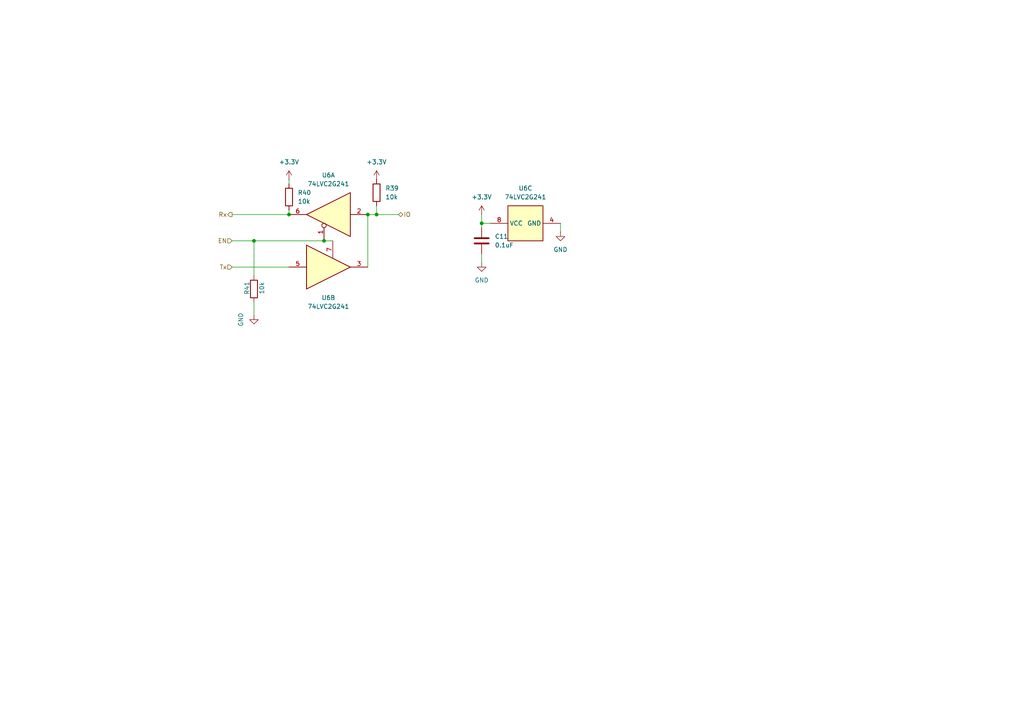
<source format=kicad_sch>
(kicad_sch (version 20231120) (generator "eeschema") (generator_version "8.0")
  (paper "A4")
  (lib_symbols
    (symbol "74xGxx:74LVC2G241"
      (property "Reference" "U" (at 2.54 5.08 0))
      (property "Value" "74LVC2G241" (at 2.54 -7.62 0))
      (symbol "74LVC2G241_1_1"
        (polyline (pts (xy -7.62 6.35) (xy -7.62 -6.35) (xy 5.08 0) (xy -7.62 6.35)) (stroke (width 0.254)) (fill (type background)))
        (pin input inverted (at 0 7.62 270) (length 5.08) (name "~") (number "1"))
        (pin input line (at -12.7 0 0) (length 5.08) (name "~") (number "2"))
        (pin tri_state line (at 10.16 0 180) (length 5.08) (name "~") (number "6"))
      )
      (symbol "74LVC2G241_2_1"
        (polyline (pts (xy -7.62 6.35) (xy -7.62 -6.35) (xy 5.08 0) (xy -7.62 6.35)) (stroke (width 0.254)) (fill (type background)))
        (pin tri_state line (at 10.16 0 180) (length 5.08) (name "~") (number "3"))
        (pin input line (at -12.7 0 0) (length 5.08) (name "~") (number "5"))
        (pin input line (at 0 7.62 270) (length 5.08) (name "~") (number "7"))
      )
      (symbol "74LVC2G241_3_0"
        (rectangle (start -5.08 -5.08) (end 5.08 5.08) (stroke (width 0.254)) (fill (type background)))
      )
      (symbol "74LVC2G241_3_1"
        (pin power_in line (at 0 -10.16 90) (length 5.08) (name "GND") (number "4"))
        (pin power_in line (at 0 10.16 270) (length 5.08) (name "VCC") (number "8"))
      )
    )
    (symbol "Device:C" (pin_numbers hide) (pin_names (offset 0.254))
      (property "Reference" "C" (at 0.635 2.54 0))
      (property "Value" "C" (at 0.635 -2.54 0))
      (symbol "C_0_1"
        (polyline (pts (xy -2.032 -0.762) (xy 2.032 -0.762)) (stroke (width 0.508)))
        (polyline (pts (xy -2.032 0.762) (xy 2.032 0.762)) (stroke (width 0.508)))
      )
      (symbol "C_1_1"
        (pin passive line (at 0 3.81 270) (length 2.794) (name "~") (number "1"))
        (pin passive line (at 0 -3.81 90) (length 2.794) (name "~") (number "2"))
      )
    )
    (symbol "Device:R" (pin_numbers hide) (pin_names (offset 0))
      (property "Reference" "R" (at 2.032 0 90))
      (property "Value" "R" (at 0 0 90))
      (symbol "R_0_1"
        (rectangle (start -1.016 -2.54) (end 1.016 2.54) (stroke (width 0.254)))
      )
      (symbol "R_1_1"
        (pin passive line (at 0 3.81 270) (length 1.27) (name "~") (number "1"))
        (pin passive line (at 0 -3.81 90) (length 1.27) (name "~") (number "2"))
      )
    )
    (symbol "power:+3.3V" (power) (pin_numbers hide) (pin_names (offset 0) hide)
      (property "Value" "+3.3V" (at 0 3.556 0))
      (symbol "+3.3V_0_1"
        (polyline (pts (xy -0.762 1.27) (xy 0 2.54)))
        (polyline (pts (xy 0 0) (xy 0 2.54)))
        (polyline (pts (xy 0 2.54) (xy 0.762 1.27)))
      )
      (symbol "+3.3V_1_1"
        (pin power_in line (at 0 0 90) (length 0) (name "~") (number "1"))
      )
    )
    (symbol "power:GND" (power) (pin_numbers hide) (pin_names (offset 0) hide)
      (property "Value" "GND" (at 0 -3.81 0))
      (symbol "GND_0_1"
        (polyline (pts (xy 0 0) (xy 0 -1.27) (xy 1.27 -1.27) (xy 0 -2.54) (xy -1.27 -1.27) (xy 0 -1.27)))
      )
      (symbol "GND_1_1"
        (pin power_in line (at 0 0 270) (length 0) (name "~") (number "1"))
      )
    )
  )
  (junction (at 139.7 64.77))
  (junction (at 106.68 62.23))
  (junction (at 73.66 69.85))
  (junction (at 83.82 62.23))
  (junction (at 93.98 69.85))
  (junction (at 109.22 62.23))
  (wire (pts (xy 73.66 91.44) (xy 73.66 87.63)))
  (wire (pts (xy 83.82 52.07) (xy 83.82 53.34)))
  (wire (pts (xy 109.22 62.23) (xy 115.57 62.23)))
  (wire (pts (xy 83.82 60.96) (xy 83.82 62.23)))
  (wire (pts (xy 96.52 69.85) (xy 93.98 69.85)))
  (wire (pts (xy 139.7 62.23) (xy 139.7 64.77)))
  (wire (pts (xy 67.31 69.85) (xy 73.66 69.85)))
  (wire (pts (xy 162.56 67.31) (xy 162.56 64.77)))
  (wire (pts (xy 106.68 62.23) (xy 106.68 77.47)))
  (wire (pts (xy 106.68 62.23) (xy 109.22 62.23)))
  (wire (pts (xy 67.31 62.23) (xy 83.82 62.23)))
  (wire (pts (xy 139.7 64.77) (xy 139.7 66.04)))
  (wire (pts (xy 139.7 64.77) (xy 142.24 64.77)))
  (wire (pts (xy 109.22 59.69) (xy 109.22 62.23)))
  (wire (pts (xy 73.66 69.85) (xy 93.98 69.85)))
  (wire (pts (xy 67.31 77.47) (xy 83.82 77.47)))
  (wire (pts (xy 139.7 76.2) (xy 139.7 73.66)))
  (wire (pts (xy 73.66 69.85) (xy 73.66 80.01)))
  (hierarchical_label "Rx" (shape output) (at 67.31 62.23 180))
  (hierarchical_label "Tx" (shape input) (at 67.31 77.47 180))
  (hierarchical_label "IO" (shape bidirectional) (at 115.57 62.23 0))
  (hierarchical_label "EN" (shape input) (at 67.31 69.85 180))
  (symbol (lib_id "power:+3.3V") (at 109.22 52.07 0) (unit 1)
    (property "Reference" "#PWR060" (effects (hide yes)))
    (property "Value" "+3.3V" (at 109.22 46.99 0))
    (property "Description" "Power symbol creates a global label with name \"+3.3V\"" (effects (hide yes)))
    (instances (project "hds_rpi" (path "" (reference "#PWR060") (unit 1)) (path "" (reference "#PWR027") (unit 1)) (path "" (reference "#PWR033") (unit 1)) (path "" (reference "#PWR06") (unit 1)) (path "" (reference "#PWR021") (unit 1))))
  )
  (symbol (lib_id "Device:R") (at 83.82 57.15 0) (unit 1)
    (property "Reference" "R40" (at 86.36 55.8799 0) (effects (justify left)))
    (property "Value" "10k" (at 86.36 58.4199 0) (effects (justify left)))
    (property "Footprint" "Resistor_SMD:R_1206_3216Metric_Pad1.30x1.75mm_HandSolder" (effects (hide yes)))
    (property "Description" "Resistor" (effects (hide yes)))
    (instances (project "hds_rpi" (path "" (reference "R40") (unit 1)) (path "" (reference "R23") (unit 1)) (path "" (reference "R26") (unit 1)) (path "" (reference "R2") (unit 1)) (path "" (reference "R20") (unit 1))))
  )
  (symbol (lib_id "Device:R") (at 109.22 55.88 0) (unit 1)
    (property "Reference" "R39" (at 111.76 54.6099 0) (effects (justify left)))
    (property "Value" "10k" (at 111.76 57.1499 0) (effects (justify left)))
    (property "Footprint" "Resistor_SMD:R_1206_3216Metric_Pad1.30x1.75mm_HandSolder" (effects (hide yes)))
    (property "Description" "Resistor" (effects (hide yes)))
    (instances (project "hds_rpi" (path "" (reference "R39") (unit 1)) (path "" (reference "R22") (unit 1)) (path "" (reference "R25") (unit 1)) (path "" (reference "R1") (unit 1)) (path "" (reference "R19") (unit 1))))
  )
  (symbol (lib_id "power:+3.3V") (at 139.7 62.23 0) (unit 1)
    (property "Reference" "#PWR061" (effects (hide yes)))
    (property "Value" "+3.3V" (at 139.7 57.15 0))
    (property "Description" "Power symbol creates a global label with name \"+3.3V\"" (effects (hide yes)))
    (instances (project "hds_rpi" (path "" (reference "#PWR061") (unit 1)) (path "" (reference "#PWR028") (unit 1)) (path "" (reference "#PWR034") (unit 1)) (path "" (reference "#PWR07") (unit 1)) (path "" (reference "#PWR022") (unit 1))))
  )
  (symbol (lib_id "Device:R") (at 73.66 83.82 180) (unit 1)
    (property "Reference" "R41" (at 71.628 83.566 90))
    (property "Value" "10k" (at 75.946 83.566 90))
    (property "Footprint" "Resistor_SMD:R_1206_3216Metric_Pad1.30x1.75mm_HandSolder" (effects (hide yes)))
    (property "Description" "Resistor" (effects (hide yes)))
    (instances (project "hds_rpi" (path "" (reference "R41") (unit 1)) (path "" (reference "R24") (unit 1)) (path "" (reference "R27") (unit 1)) (path "" (reference "R3") (unit 1)) (path "" (reference "R21") (unit 1))))
  )
  (symbol (lib_id "74xGxx:74LVC2G241") (at 96.52 77.47 0) (unit 2)
    (property "Reference" "U6" (at 95.25 86.36 0))
    (property "Value" "74LVC2G241" (at 95.25 88.9 0))
    (property "Footprint" "Package_SO:SSOP-8_2.95x2.8mm_P0.65mm" (effects (hide yes)))
    (property "Datasheet" "http://www.ti.com/lit/sg/scyt129e/scyt129e.pdf" (effects (hide yes)))
    (property "Description" "Dual Buffer Tri-State, Low-Voltage CMOS" (effects (hide yes)))
    (instances (project "hds_rpi" (path "" (reference "U6") (unit 2)) (path "" (reference "U5") (unit 2)) (path "" (reference "U7") (unit 2)) (path "" (reference "U1") (unit 2)) (path "" (reference "U4") (unit 2))))
  )
  (symbol (lib_id "power:GND") (at 162.56 67.31 0) (unit 1)
    (property "Reference" "#PWR062" (effects (hide yes)))
    (property "Value" "GND" (at 162.56 72.39 0))
    (property "Description" "Power symbol creates a global label with name \"GND\" , ground" (effects (hide yes)))
    (instances (project "hds_rpi" (path "" (reference "#PWR062") (unit 1)) (path "" (reference "#PWR029") (unit 1)) (path "" (reference "#PWR035") (unit 1)) (path "" (reference "#PWR08") (unit 1)) (path "" (reference "#PWR023") (unit 1))))
  )
  (symbol (lib_id "74xGxx:74LVC2G241") (at 93.98 62.23 180) (unit 1)
    (property "Reference" "U6" (at 95.25 50.8 0))
    (property "Value" "74LVC2G241" (at 95.25 53.34 0))
    (property "Footprint" "Package_SO:SSOP-8_2.95x2.8mm_P0.65mm" (effects (hide yes)))
    (property "Datasheet" "http://www.ti.com/lit/sg/scyt129e/scyt129e.pdf" (effects (hide yes)))
    (property "Description" "Dual Buffer Tri-State, Low-Voltage CMOS" (effects (hide yes)))
    (instances (project "hds_rpi" (path "" (reference "U6") (unit 1)) (path "" (reference "U5") (unit 1)) (path "" (reference "U7") (unit 1)) (path "" (reference "U1") (unit 1)) (path "" (reference "U4") (unit 1))))
  )
  (symbol (lib_id "power:+3.3V") (at 83.82 52.07 0) (unit 1)
    (property "Reference" "#PWR059" (effects (hide yes)))
    (property "Value" "+3.3V" (at 83.82 46.99 0))
    (property "Description" "Power symbol creates a global label with name \"+3.3V\"" (effects (hide yes)))
    (instances (project "hds_rpi" (path "" (reference "#PWR059") (unit 1)) (path "" (reference "#PWR026") (unit 1)) (path "" (reference "#PWR032") (unit 1)) (path "" (reference "#PWR05") (unit 1)) (path "" (reference "#PWR020") (unit 1))))
  )
  (symbol (lib_id "Device:C") (at 139.7 69.85 0) (unit 1)
    (property "Reference" "C11" (at 143.51 68.5799 0) (effects (justify left)))
    (property "Value" "0.1uF" (at 143.51 71.1199 0) (effects (justify left)))
    (property "Footprint" "Inductor_SMD:L_1206_3216Metric_Pad1.22x1.90mm_HandSolder" (effects (hide yes)))
    (property "Description" "Unpolarized capacitor" (effects (hide yes)))
    (instances (project "hds_rpi" (path "" (reference "C11") (unit 1)) (path "" (reference "C3") (unit 1)) (path "" (reference "C4") (unit 1)) (path "" (reference "C1") (unit 1)) (path "" (reference "C2") (unit 1))))
  )
  (symbol (lib_id "power:GND") (at 139.7 76.2 0) (unit 1)
    (property "Reference" "#PWR064" (effects (hide yes)))
    (property "Value" "GND" (at 139.7 81.28 0))
    (property "Description" "Power symbol creates a global label with name \"GND\" , ground" (effects (hide yes)))
    (instances (project "hds_rpi" (path "" (reference "#PWR064") (unit 1)) (path "" (reference "#PWR030") (unit 1)) (path "" (reference "#PWR036") (unit 1)) (path "" (reference "#PWR09") (unit 1)) (path "" (reference "#PWR024") (unit 1))))
  )
  (symbol (lib_id "74xGxx:74LVC2G241") (at 152.4 64.77 90) (unit 3)
    (property "Reference" "U6" (at 152.4 54.61 90))
    (property "Value" "74LVC2G241" (at 152.4 57.15 90))
    (property "Footprint" "Package_SO:SSOP-8_2.95x2.8mm_P0.65mm" (effects (hide yes)))
    (property "Datasheet" "http://www.ti.com/lit/sg/scyt129e/scyt129e.pdf" (effects (hide yes)))
    (property "Description" "Dual Buffer Tri-State, Low-Voltage CMOS" (effects (hide yes)))
    (instances (project "hds_rpi" (path "" (reference "U6") (unit 3)) (path "" (reference "U5") (unit 3)) (path "" (reference "U7") (unit 3)) (path "" (reference "U1") (unit 3)) (path "" (reference "U4") (unit 3))))
  )
  (symbol (lib_id "power:GND") (at 73.66 91.44 0) (unit 1)
    (property "Reference" "#PWR063" (effects (hide yes)))
    (property "Value" "GND" (at 69.85 92.71 90))
    (property "Description" "Power symbol creates a global label with name \"GND\" , ground" (effects (hide yes)))
    (instances (project "hds_rpi" (path "" (reference "#PWR063") (unit 1)) (path "" (reference "#PWR031") (unit 1)) (path "" (reference "#PWR037") (unit 1)) (path "" (reference "#PWR010") (unit 1)) (path "" (reference "#PWR025") (unit 1))))
  )
)
</source>
